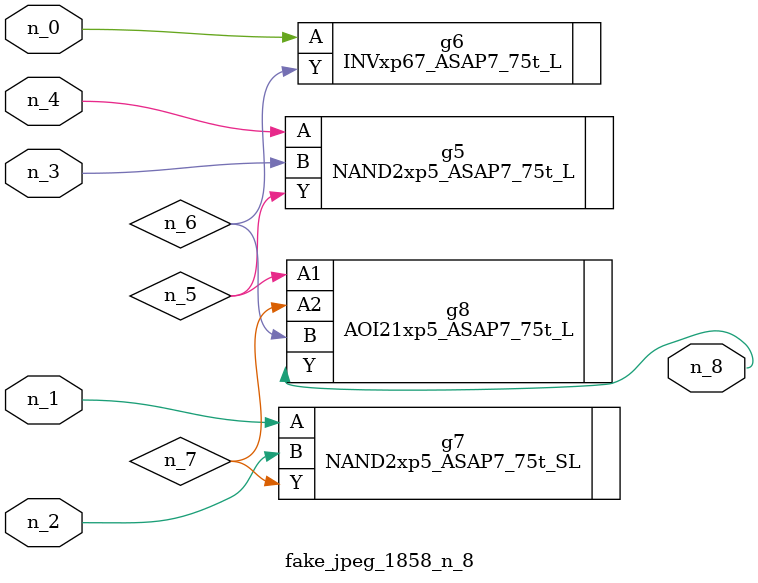
<source format=v>
module fake_jpeg_1858_n_8 (n_3, n_2, n_1, n_0, n_4, n_8);

input n_3;
input n_2;
input n_1;
input n_0;
input n_4;

output n_8;

wire n_6;
wire n_5;
wire n_7;

NAND2xp5_ASAP7_75t_L g5 ( 
.A(n_4),
.B(n_3),
.Y(n_5)
);

INVxp67_ASAP7_75t_L g6 ( 
.A(n_0),
.Y(n_6)
);

NAND2xp5_ASAP7_75t_SL g7 ( 
.A(n_1),
.B(n_2),
.Y(n_7)
);

AOI21xp5_ASAP7_75t_L g8 ( 
.A1(n_5),
.A2(n_7),
.B(n_6),
.Y(n_8)
);


endmodule
</source>
